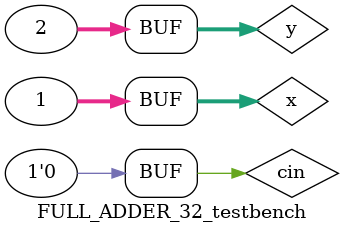
<source format=v>
`define DELAY 20
module FULL_ADDER_32_testbench();

reg [31:0] x;
reg [31:0] y;
reg cin;
wire cout;
wire [31:0] resadder;

FULL_ADDER_32 fa32tb(resadder, cout, x, y, cin);
initial begin
x = 32'h00000000; y = 32'h00000000; cin =1'b1;
#`DELAY;
x = 32'h00000000; y = 32'h00000000; cin =1'b0;
#`DELAY;
x = 32'h00000001; y = 32'h00000002; cin =1'b0;
#`DELAY;
end

initial
begin
$monitor("x =%32b, y =%32b, cin=%1b cout=%1b res=%32b", x, y, cin, cout ,resadder);
end

endmodule
</source>
